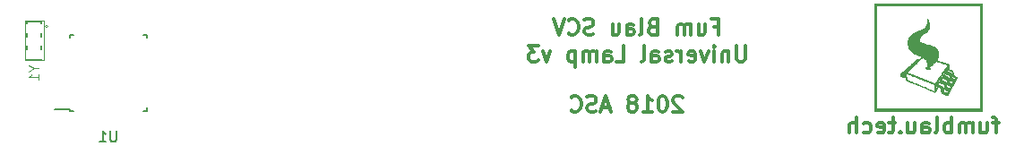
<source format=gbo>
G04 #@! TF.GenerationSoftware,KiCad,Pcbnew,5.0.0-rc2-unknown-81af2db~65~ubuntu18.04.1*
G04 #@! TF.CreationDate,2018-05-29T11:42:29+02:00*
G04 #@! TF.ProjectId,universal_lights,756E6976657273616C5F6C6967687473,rev?*
G04 #@! TF.SameCoordinates,Original*
G04 #@! TF.FileFunction,Legend,Bot*
G04 #@! TF.FilePolarity,Positive*
%FSLAX46Y46*%
G04 Gerber Fmt 4.6, Leading zero omitted, Abs format (unit mm)*
G04 Created by KiCad (PCBNEW 5.0.0-rc2-unknown-81af2db~65~ubuntu18.04.1) date Tue May 29 11:42:29 2018*
%MOMM*%
%LPD*%
G01*
G04 APERTURE LIST*
%ADD10C,0.300000*%
%ADD11C,0.150000*%
%ADD12C,0.066040*%
%ADD13C,0.203200*%
%ADD14C,0.127000*%
%ADD15C,0.063500*%
%ADD16C,0.010000*%
%ADD17C,0.101600*%
G04 APERTURE END LIST*
D10*
X146142857Y-147678571D02*
X145571428Y-147678571D01*
X145928571Y-148678571D02*
X145928571Y-147392857D01*
X145857142Y-147250000D01*
X145714285Y-147178571D01*
X145571428Y-147178571D01*
X144428571Y-147678571D02*
X144428571Y-148678571D01*
X145071428Y-147678571D02*
X145071428Y-148464285D01*
X145000000Y-148607142D01*
X144857142Y-148678571D01*
X144642857Y-148678571D01*
X144500000Y-148607142D01*
X144428571Y-148535714D01*
X143714285Y-148678571D02*
X143714285Y-147678571D01*
X143714285Y-147821428D02*
X143642857Y-147750000D01*
X143500000Y-147678571D01*
X143285714Y-147678571D01*
X143142857Y-147750000D01*
X143071428Y-147892857D01*
X143071428Y-148678571D01*
X143071428Y-147892857D02*
X143000000Y-147750000D01*
X142857142Y-147678571D01*
X142642857Y-147678571D01*
X142500000Y-147750000D01*
X142428571Y-147892857D01*
X142428571Y-148678571D01*
X141714285Y-148678571D02*
X141714285Y-147178571D01*
X141714285Y-147750000D02*
X141571428Y-147678571D01*
X141285714Y-147678571D01*
X141142857Y-147750000D01*
X141071428Y-147821428D01*
X141000000Y-147964285D01*
X141000000Y-148392857D01*
X141071428Y-148535714D01*
X141142857Y-148607142D01*
X141285714Y-148678571D01*
X141571428Y-148678571D01*
X141714285Y-148607142D01*
X140142857Y-148678571D02*
X140285714Y-148607142D01*
X140357142Y-148464285D01*
X140357142Y-147178571D01*
X138928571Y-148678571D02*
X138928571Y-147892857D01*
X139000000Y-147750000D01*
X139142857Y-147678571D01*
X139428571Y-147678571D01*
X139571428Y-147750000D01*
X138928571Y-148607142D02*
X139071428Y-148678571D01*
X139428571Y-148678571D01*
X139571428Y-148607142D01*
X139642857Y-148464285D01*
X139642857Y-148321428D01*
X139571428Y-148178571D01*
X139428571Y-148107142D01*
X139071428Y-148107142D01*
X138928571Y-148035714D01*
X137571428Y-147678571D02*
X137571428Y-148678571D01*
X138214285Y-147678571D02*
X138214285Y-148464285D01*
X138142857Y-148607142D01*
X138000000Y-148678571D01*
X137785714Y-148678571D01*
X137642857Y-148607142D01*
X137571428Y-148535714D01*
X136857142Y-148535714D02*
X136785714Y-148607142D01*
X136857142Y-148678571D01*
X136928571Y-148607142D01*
X136857142Y-148535714D01*
X136857142Y-148678571D01*
X136357142Y-147678571D02*
X135785714Y-147678571D01*
X136142857Y-147178571D02*
X136142857Y-148464285D01*
X136071428Y-148607142D01*
X135928571Y-148678571D01*
X135785714Y-148678571D01*
X134714285Y-148607142D02*
X134857142Y-148678571D01*
X135142857Y-148678571D01*
X135285714Y-148607142D01*
X135357142Y-148464285D01*
X135357142Y-147892857D01*
X135285714Y-147750000D01*
X135142857Y-147678571D01*
X134857142Y-147678571D01*
X134714285Y-147750000D01*
X134642857Y-147892857D01*
X134642857Y-148035714D01*
X135357142Y-148178571D01*
X133357142Y-148607142D02*
X133500000Y-148678571D01*
X133785714Y-148678571D01*
X133928571Y-148607142D01*
X134000000Y-148535714D01*
X134071428Y-148392857D01*
X134071428Y-147964285D01*
X134000000Y-147821428D01*
X133928571Y-147750000D01*
X133785714Y-147678571D01*
X133500000Y-147678571D01*
X133357142Y-147750000D01*
X132714285Y-148678571D02*
X132714285Y-147178571D01*
X132071428Y-148678571D02*
X132071428Y-147892857D01*
X132142857Y-147750000D01*
X132285714Y-147678571D01*
X132500000Y-147678571D01*
X132642857Y-147750000D01*
X132714285Y-147821428D01*
X119214285Y-138617857D02*
X119714285Y-138617857D01*
X119714285Y-139403571D02*
X119714285Y-137903571D01*
X119000000Y-137903571D01*
X117785714Y-138403571D02*
X117785714Y-139403571D01*
X118428571Y-138403571D02*
X118428571Y-139189285D01*
X118357142Y-139332142D01*
X118214285Y-139403571D01*
X118000000Y-139403571D01*
X117857142Y-139332142D01*
X117785714Y-139260714D01*
X117071428Y-139403571D02*
X117071428Y-138403571D01*
X117071428Y-138546428D02*
X117000000Y-138475000D01*
X116857142Y-138403571D01*
X116642857Y-138403571D01*
X116500000Y-138475000D01*
X116428571Y-138617857D01*
X116428571Y-139403571D01*
X116428571Y-138617857D02*
X116357142Y-138475000D01*
X116214285Y-138403571D01*
X116000000Y-138403571D01*
X115857142Y-138475000D01*
X115785714Y-138617857D01*
X115785714Y-139403571D01*
X113428571Y-138617857D02*
X113214285Y-138689285D01*
X113142857Y-138760714D01*
X113071428Y-138903571D01*
X113071428Y-139117857D01*
X113142857Y-139260714D01*
X113214285Y-139332142D01*
X113357142Y-139403571D01*
X113928571Y-139403571D01*
X113928571Y-137903571D01*
X113428571Y-137903571D01*
X113285714Y-137975000D01*
X113214285Y-138046428D01*
X113142857Y-138189285D01*
X113142857Y-138332142D01*
X113214285Y-138475000D01*
X113285714Y-138546428D01*
X113428571Y-138617857D01*
X113928571Y-138617857D01*
X112214285Y-139403571D02*
X112357142Y-139332142D01*
X112428571Y-139189285D01*
X112428571Y-137903571D01*
X111000000Y-139403571D02*
X111000000Y-138617857D01*
X111071428Y-138475000D01*
X111214285Y-138403571D01*
X111500000Y-138403571D01*
X111642857Y-138475000D01*
X111000000Y-139332142D02*
X111142857Y-139403571D01*
X111500000Y-139403571D01*
X111642857Y-139332142D01*
X111714285Y-139189285D01*
X111714285Y-139046428D01*
X111642857Y-138903571D01*
X111500000Y-138832142D01*
X111142857Y-138832142D01*
X111000000Y-138760714D01*
X109642857Y-138403571D02*
X109642857Y-139403571D01*
X110285714Y-138403571D02*
X110285714Y-139189285D01*
X110214285Y-139332142D01*
X110071428Y-139403571D01*
X109857142Y-139403571D01*
X109714285Y-139332142D01*
X109642857Y-139260714D01*
X107857142Y-139332142D02*
X107642857Y-139403571D01*
X107285714Y-139403571D01*
X107142857Y-139332142D01*
X107071428Y-139260714D01*
X107000000Y-139117857D01*
X107000000Y-138975000D01*
X107071428Y-138832142D01*
X107142857Y-138760714D01*
X107285714Y-138689285D01*
X107571428Y-138617857D01*
X107714285Y-138546428D01*
X107785714Y-138475000D01*
X107857142Y-138332142D01*
X107857142Y-138189285D01*
X107785714Y-138046428D01*
X107714285Y-137975000D01*
X107571428Y-137903571D01*
X107214285Y-137903571D01*
X107000000Y-137975000D01*
X105500000Y-139260714D02*
X105571428Y-139332142D01*
X105785714Y-139403571D01*
X105928571Y-139403571D01*
X106142857Y-139332142D01*
X106285714Y-139189285D01*
X106357142Y-139046428D01*
X106428571Y-138760714D01*
X106428571Y-138546428D01*
X106357142Y-138260714D01*
X106285714Y-138117857D01*
X106142857Y-137975000D01*
X105928571Y-137903571D01*
X105785714Y-137903571D01*
X105571428Y-137975000D01*
X105500000Y-138046428D01*
X105071428Y-137903571D02*
X104571428Y-139403571D01*
X104071428Y-137903571D01*
X122214285Y-140453571D02*
X122214285Y-141667857D01*
X122142857Y-141810714D01*
X122071428Y-141882142D01*
X121928571Y-141953571D01*
X121642857Y-141953571D01*
X121500000Y-141882142D01*
X121428571Y-141810714D01*
X121357142Y-141667857D01*
X121357142Y-140453571D01*
X120642857Y-140953571D02*
X120642857Y-141953571D01*
X120642857Y-141096428D02*
X120571428Y-141025000D01*
X120428571Y-140953571D01*
X120214285Y-140953571D01*
X120071428Y-141025000D01*
X120000000Y-141167857D01*
X120000000Y-141953571D01*
X119285714Y-141953571D02*
X119285714Y-140953571D01*
X119285714Y-140453571D02*
X119357142Y-140525000D01*
X119285714Y-140596428D01*
X119214285Y-140525000D01*
X119285714Y-140453571D01*
X119285714Y-140596428D01*
X118714285Y-140953571D02*
X118357142Y-141953571D01*
X118000000Y-140953571D01*
X116857142Y-141882142D02*
X117000000Y-141953571D01*
X117285714Y-141953571D01*
X117428571Y-141882142D01*
X117500000Y-141739285D01*
X117500000Y-141167857D01*
X117428571Y-141025000D01*
X117285714Y-140953571D01*
X117000000Y-140953571D01*
X116857142Y-141025000D01*
X116785714Y-141167857D01*
X116785714Y-141310714D01*
X117500000Y-141453571D01*
X116142857Y-141953571D02*
X116142857Y-140953571D01*
X116142857Y-141239285D02*
X116071428Y-141096428D01*
X116000000Y-141025000D01*
X115857142Y-140953571D01*
X115714285Y-140953571D01*
X115285714Y-141882142D02*
X115142857Y-141953571D01*
X114857142Y-141953571D01*
X114714285Y-141882142D01*
X114642857Y-141739285D01*
X114642857Y-141667857D01*
X114714285Y-141525000D01*
X114857142Y-141453571D01*
X115071428Y-141453571D01*
X115214285Y-141382142D01*
X115285714Y-141239285D01*
X115285714Y-141167857D01*
X115214285Y-141025000D01*
X115071428Y-140953571D01*
X114857142Y-140953571D01*
X114714285Y-141025000D01*
X113357142Y-141953571D02*
X113357142Y-141167857D01*
X113428571Y-141025000D01*
X113571428Y-140953571D01*
X113857142Y-140953571D01*
X114000000Y-141025000D01*
X113357142Y-141882142D02*
X113500000Y-141953571D01*
X113857142Y-141953571D01*
X114000000Y-141882142D01*
X114071428Y-141739285D01*
X114071428Y-141596428D01*
X114000000Y-141453571D01*
X113857142Y-141382142D01*
X113500000Y-141382142D01*
X113357142Y-141310714D01*
X112428571Y-141953571D02*
X112571428Y-141882142D01*
X112642857Y-141739285D01*
X112642857Y-140453571D01*
X110000000Y-141953571D02*
X110714285Y-141953571D01*
X110714285Y-140453571D01*
X108857142Y-141953571D02*
X108857142Y-141167857D01*
X108928571Y-141025000D01*
X109071428Y-140953571D01*
X109357142Y-140953571D01*
X109500000Y-141025000D01*
X108857142Y-141882142D02*
X109000000Y-141953571D01*
X109357142Y-141953571D01*
X109500000Y-141882142D01*
X109571428Y-141739285D01*
X109571428Y-141596428D01*
X109500000Y-141453571D01*
X109357142Y-141382142D01*
X109000000Y-141382142D01*
X108857142Y-141310714D01*
X108142857Y-141953571D02*
X108142857Y-140953571D01*
X108142857Y-141096428D02*
X108071428Y-141025000D01*
X107928571Y-140953571D01*
X107714285Y-140953571D01*
X107571428Y-141025000D01*
X107500000Y-141167857D01*
X107500000Y-141953571D01*
X107500000Y-141167857D02*
X107428571Y-141025000D01*
X107285714Y-140953571D01*
X107071428Y-140953571D01*
X106928571Y-141025000D01*
X106857142Y-141167857D01*
X106857142Y-141953571D01*
X106142857Y-140953571D02*
X106142857Y-142453571D01*
X106142857Y-141025000D02*
X106000000Y-140953571D01*
X105714285Y-140953571D01*
X105571428Y-141025000D01*
X105500000Y-141096428D01*
X105428571Y-141239285D01*
X105428571Y-141667857D01*
X105500000Y-141810714D01*
X105571428Y-141882142D01*
X105714285Y-141953571D01*
X106000000Y-141953571D01*
X106142857Y-141882142D01*
X103785714Y-140953571D02*
X103428571Y-141953571D01*
X103071428Y-140953571D01*
X102642857Y-140453571D02*
X101714285Y-140453571D01*
X102214285Y-141025000D01*
X102000000Y-141025000D01*
X101857142Y-141096428D01*
X101785714Y-141167857D01*
X101714285Y-141310714D01*
X101714285Y-141667857D01*
X101785714Y-141810714D01*
X101857142Y-141882142D01*
X102000000Y-141953571D01*
X102428571Y-141953571D01*
X102571428Y-141882142D01*
X102642857Y-141810714D01*
X116250000Y-145321428D02*
X116178571Y-145250000D01*
X116035714Y-145178571D01*
X115678571Y-145178571D01*
X115535714Y-145250000D01*
X115464285Y-145321428D01*
X115392857Y-145464285D01*
X115392857Y-145607142D01*
X115464285Y-145821428D01*
X116321428Y-146678571D01*
X115392857Y-146678571D01*
X114464285Y-145178571D02*
X114321428Y-145178571D01*
X114178571Y-145250000D01*
X114107142Y-145321428D01*
X114035714Y-145464285D01*
X113964285Y-145750000D01*
X113964285Y-146107142D01*
X114035714Y-146392857D01*
X114107142Y-146535714D01*
X114178571Y-146607142D01*
X114321428Y-146678571D01*
X114464285Y-146678571D01*
X114607142Y-146607142D01*
X114678571Y-146535714D01*
X114750000Y-146392857D01*
X114821428Y-146107142D01*
X114821428Y-145750000D01*
X114750000Y-145464285D01*
X114678571Y-145321428D01*
X114607142Y-145250000D01*
X114464285Y-145178571D01*
X112535714Y-146678571D02*
X113392857Y-146678571D01*
X112964285Y-146678571D02*
X112964285Y-145178571D01*
X113107142Y-145392857D01*
X113250000Y-145535714D01*
X113392857Y-145607142D01*
X111678571Y-145821428D02*
X111821428Y-145750000D01*
X111892857Y-145678571D01*
X111964285Y-145535714D01*
X111964285Y-145464285D01*
X111892857Y-145321428D01*
X111821428Y-145250000D01*
X111678571Y-145178571D01*
X111392857Y-145178571D01*
X111250000Y-145250000D01*
X111178571Y-145321428D01*
X111107142Y-145464285D01*
X111107142Y-145535714D01*
X111178571Y-145678571D01*
X111250000Y-145750000D01*
X111392857Y-145821428D01*
X111678571Y-145821428D01*
X111821428Y-145892857D01*
X111892857Y-145964285D01*
X111964285Y-146107142D01*
X111964285Y-146392857D01*
X111892857Y-146535714D01*
X111821428Y-146607142D01*
X111678571Y-146678571D01*
X111392857Y-146678571D01*
X111250000Y-146607142D01*
X111178571Y-146535714D01*
X111107142Y-146392857D01*
X111107142Y-146107142D01*
X111178571Y-145964285D01*
X111250000Y-145892857D01*
X111392857Y-145821428D01*
X109392857Y-146250000D02*
X108678571Y-146250000D01*
X109535714Y-146678571D02*
X109035714Y-145178571D01*
X108535714Y-146678571D01*
X108107142Y-146607142D02*
X107892857Y-146678571D01*
X107535714Y-146678571D01*
X107392857Y-146607142D01*
X107321428Y-146535714D01*
X107250000Y-146392857D01*
X107250000Y-146250000D01*
X107321428Y-146107142D01*
X107392857Y-146035714D01*
X107535714Y-145964285D01*
X107821428Y-145892857D01*
X107964285Y-145821428D01*
X108035714Y-145750000D01*
X108107142Y-145607142D01*
X108107142Y-145464285D01*
X108035714Y-145321428D01*
X107964285Y-145250000D01*
X107821428Y-145178571D01*
X107464285Y-145178571D01*
X107250000Y-145250000D01*
X105750000Y-146535714D02*
X105821428Y-146607142D01*
X106035714Y-146678571D01*
X106178571Y-146678571D01*
X106392857Y-146607142D01*
X106535714Y-146464285D01*
X106607142Y-146321428D01*
X106678571Y-146035714D01*
X106678571Y-145821428D01*
X106607142Y-145535714D01*
X106535714Y-145392857D01*
X106392857Y-145250000D01*
X106178571Y-145178571D01*
X106035714Y-145178571D01*
X105821428Y-145250000D01*
X105750000Y-145321428D01*
D11*
G04 #@! TO.C,U1*
X58375000Y-146400000D02*
X56950000Y-146400000D01*
X65625000Y-146625000D02*
X65300000Y-146625000D01*
X65625000Y-139375000D02*
X65300000Y-139375000D01*
X58375000Y-139375000D02*
X58700000Y-139375000D01*
X58375000Y-146625000D02*
X58700000Y-146625000D01*
X58375000Y-139375000D02*
X58375000Y-139700000D01*
X65625000Y-139375000D02*
X65625000Y-139700000D01*
X65625000Y-146625000D02*
X65625000Y-146300000D01*
X58375000Y-146625000D02*
X58375000Y-146400000D01*
D12*
G04 #@! TO.C,Y1*
X55889000Y-138095000D02*
X55889000Y-141778000D01*
X55889000Y-141778000D02*
X54111000Y-141778000D01*
X54111000Y-138095000D02*
X54111000Y-141778000D01*
X55889000Y-138095000D02*
X54111000Y-138095000D01*
D13*
X54352300Y-141699260D02*
X54352300Y-141798320D01*
X54352300Y-141798320D02*
X55647700Y-141798320D01*
X55647700Y-141798320D02*
X55647700Y-141699260D01*
X55647700Y-138300740D02*
X55647700Y-138150880D01*
X55647700Y-138150880D02*
X54352300Y-138150880D01*
X54352300Y-138150880D02*
X54352300Y-138300740D01*
D14*
X54352300Y-139202440D02*
X54352300Y-139601220D01*
X54352300Y-140398780D02*
X54352300Y-140797560D01*
X55647700Y-139202440D02*
X55647700Y-139601220D01*
X55647700Y-140398780D02*
X55647700Y-140797560D01*
D15*
X56338972Y-138600460D02*
G75*
G03X56338972Y-138600460I-140092J0D01*
G01*
D16*
G04 #@! TO.C,G\002A\002A\002A*
G36*
X139375782Y-137899334D02*
X139369868Y-137920030D01*
X139373881Y-137958722D01*
X139381439Y-137994289D01*
X139396249Y-138101632D01*
X139394467Y-138218745D01*
X139377139Y-138337120D01*
X139345308Y-138448248D01*
X139317982Y-138511294D01*
X139243661Y-138630050D01*
X139148046Y-138735598D01*
X139031850Y-138827413D01*
X138895783Y-138904973D01*
X138740558Y-138967755D01*
X138665976Y-138990674D01*
X138457427Y-139058216D01*
X138270815Y-139137949D01*
X138105570Y-139230296D01*
X137961119Y-139335680D01*
X137836891Y-139454524D01*
X137732314Y-139587253D01*
X137646816Y-139734289D01*
X137638394Y-139751687D01*
X137592371Y-139869153D01*
X137566035Y-139988820D01*
X137558684Y-140115987D01*
X137569617Y-140255952D01*
X137570645Y-140263482D01*
X137606903Y-140435054D01*
X137666013Y-140596369D01*
X137747016Y-140746007D01*
X137848952Y-140882549D01*
X137970860Y-141004574D01*
X138111781Y-141110663D01*
X138166325Y-141144297D01*
X138214843Y-141171886D01*
X138260234Y-141195628D01*
X138307311Y-141217547D01*
X138360886Y-141239665D01*
X138425769Y-141264004D01*
X138506774Y-141292588D01*
X138573877Y-141315602D01*
X138645852Y-141340741D01*
X138714193Y-141365739D01*
X138773114Y-141388401D01*
X138816827Y-141406528D01*
X138832119Y-141413682D01*
X138892534Y-141444386D01*
X138750936Y-141575981D01*
X138609338Y-141707575D01*
X138547015Y-141691602D01*
X138501077Y-141683719D01*
X138458283Y-141682603D01*
X138444595Y-141684436D01*
X138418615Y-141697063D01*
X138380222Y-141724089D01*
X138334189Y-141761212D01*
X138285291Y-141804130D01*
X138238304Y-141848542D01*
X138198001Y-141890146D01*
X138169156Y-141924640D01*
X138158269Y-141942412D01*
X138138243Y-141969461D01*
X138115719Y-141982595D01*
X138092121Y-141995000D01*
X138056023Y-142021880D01*
X138012026Y-142058933D01*
X137964733Y-142101855D01*
X137918747Y-142146345D01*
X137878670Y-142188100D01*
X137849106Y-142222817D01*
X137835129Y-142244891D01*
X137809147Y-142281991D01*
X137783483Y-142295691D01*
X137760804Y-142308075D01*
X137724399Y-142334264D01*
X137678995Y-142370614D01*
X137629321Y-142413480D01*
X137621238Y-142420750D01*
X137561319Y-142476810D01*
X137519345Y-142520738D01*
X137492780Y-142555429D01*
X137479440Y-142582675D01*
X137464922Y-142615513D01*
X137446534Y-142628972D01*
X137434682Y-142630300D01*
X137414554Y-142634572D01*
X137388360Y-142648737D01*
X137353473Y-142674816D01*
X137307265Y-142714830D01*
X137247109Y-142770800D01*
X137226700Y-142790284D01*
X137182218Y-142830503D01*
X137137119Y-142867286D01*
X137099444Y-142894175D01*
X137091249Y-142899091D01*
X137060633Y-142919965D01*
X137018087Y-142953873D01*
X136969602Y-142995853D01*
X136928058Y-143034307D01*
X136881599Y-143079126D01*
X136850759Y-143110729D01*
X136832707Y-143133359D01*
X136824613Y-143151258D01*
X136823646Y-143168669D01*
X136826398Y-143186707D01*
X136835771Y-143228709D01*
X136848826Y-143260084D01*
X136869888Y-143284974D01*
X136903281Y-143307519D01*
X136953329Y-143331862D01*
X136998100Y-143351141D01*
X137088510Y-143385695D01*
X137160668Y-143405104D01*
X137216525Y-143409622D01*
X137258029Y-143399502D01*
X137276026Y-143387267D01*
X137284831Y-143378591D01*
X137291786Y-143372866D01*
X137298492Y-143372703D01*
X137306546Y-143380717D01*
X137317549Y-143399520D01*
X137333099Y-143431723D01*
X137354795Y-143479939D01*
X137384237Y-143546782D01*
X137411257Y-143608200D01*
X137453242Y-143703450D01*
X138771574Y-144257995D01*
X139002498Y-144354991D01*
X139210467Y-144442047D01*
X139395837Y-144519308D01*
X139558966Y-144586920D01*
X139700211Y-144645027D01*
X139819927Y-144693774D01*
X139918473Y-144733307D01*
X139996204Y-144763771D01*
X140053479Y-144785310D01*
X140090653Y-144798071D01*
X140108083Y-144802198D01*
X140109278Y-144801976D01*
X140121611Y-144788655D01*
X140145455Y-144757178D01*
X140178554Y-144710736D01*
X140218657Y-144652521D01*
X140263511Y-144585725D01*
X140286287Y-144551215D01*
X140443923Y-144311018D01*
X140540287Y-144348214D01*
X140588284Y-144367964D01*
X140628682Y-144386800D01*
X140654148Y-144401249D01*
X140657037Y-144403509D01*
X140666404Y-144417814D01*
X140673651Y-144444399D01*
X140679401Y-144487097D01*
X140684276Y-144549741D01*
X140686229Y-144583229D01*
X140692866Y-144670725D01*
X140704038Y-144741896D01*
X140722455Y-144800058D01*
X140750824Y-144848526D01*
X140791855Y-144890616D01*
X140848258Y-144929644D01*
X140922740Y-144968925D01*
X141018011Y-145011775D01*
X141046155Y-145023755D01*
X141113093Y-145051458D01*
X141173178Y-145075242D01*
X141221976Y-145093435D01*
X141255051Y-145104365D01*
X141266538Y-145106800D01*
X141288655Y-145096199D01*
X141313675Y-145068647D01*
X141319972Y-145059175D01*
X141375040Y-144965767D01*
X141420315Y-144879222D01*
X141454846Y-144802042D01*
X141477682Y-144736730D01*
X141487392Y-144688187D01*
X141371334Y-144688187D01*
X141370656Y-144702917D01*
X141359504Y-144732999D01*
X141341101Y-144772393D01*
X141318670Y-144815062D01*
X141295437Y-144854968D01*
X141274624Y-144886072D01*
X141259456Y-144902337D01*
X141256415Y-144903421D01*
X141239472Y-144898756D01*
X141204207Y-144885888D01*
X141155599Y-144866727D01*
X141098627Y-144843182D01*
X141092322Y-144840515D01*
X141035055Y-144815350D01*
X140986289Y-144792238D01*
X140950875Y-144773598D01*
X140933661Y-144761846D01*
X140933126Y-144761140D01*
X140928647Y-144741981D01*
X140925103Y-144703887D01*
X140922981Y-144653322D01*
X140922595Y-144621650D01*
X140920914Y-144533917D01*
X140915103Y-144466166D01*
X140903540Y-144413100D01*
X140884601Y-144369424D01*
X140856664Y-144329843D01*
X140821753Y-144292624D01*
X140790018Y-144262848D01*
X140760125Y-144239212D01*
X140726513Y-144218571D01*
X140683622Y-144197780D01*
X140625893Y-144173694D01*
X140578643Y-144155118D01*
X140516893Y-144130688D01*
X140463467Y-144108726D01*
X140422940Y-144091174D01*
X140399885Y-144079976D01*
X140396692Y-144077825D01*
X140399163Y-144064316D01*
X140412676Y-144035994D01*
X140433603Y-143998783D01*
X140458319Y-143958609D01*
X140483198Y-143921395D01*
X140504613Y-143893067D01*
X140517626Y-143880245D01*
X140531830Y-143882674D01*
X140565347Y-143892812D01*
X140613799Y-143909211D01*
X140672807Y-143930419D01*
X140701957Y-143941266D01*
X140774528Y-143969220D01*
X140828075Y-143991876D01*
X140867683Y-144011932D01*
X140898438Y-144032084D01*
X140925425Y-144055029D01*
X140936175Y-144065464D01*
X140963774Y-144095031D01*
X140983656Y-144123472D01*
X140997072Y-144155696D01*
X141005273Y-144196611D01*
X141009509Y-144251125D01*
X141011031Y-144324147D01*
X141011161Y-144359700D01*
X141012364Y-144427760D01*
X141018050Y-144478801D01*
X141031570Y-144517124D01*
X141056276Y-144547031D01*
X141095523Y-144572824D01*
X141152662Y-144598804D01*
X141217148Y-144624000D01*
X141273696Y-144645944D01*
X141321620Y-144665363D01*
X141355856Y-144680148D01*
X141371334Y-144688187D01*
X141487392Y-144688187D01*
X141487872Y-144685790D01*
X141484467Y-144651726D01*
X141478183Y-144642511D01*
X141458978Y-144630919D01*
X141423268Y-144614001D01*
X141378387Y-144595205D01*
X141373250Y-144593188D01*
X141274328Y-144554030D01*
X141198507Y-144522667D01*
X141144857Y-144498678D01*
X141112443Y-144481644D01*
X141100334Y-144471145D01*
X141100200Y-144470322D01*
X141109040Y-144467549D01*
X141128775Y-144477092D01*
X141150311Y-144488118D01*
X141190643Y-144506143D01*
X141244856Y-144529065D01*
X141308034Y-144554782D01*
X141340857Y-144567798D01*
X141419584Y-144597836D01*
X141477426Y-144617716D01*
X141516498Y-144628066D01*
X141538912Y-144629510D01*
X141543522Y-144627841D01*
X141556598Y-144612558D01*
X141578585Y-144579467D01*
X141606562Y-144533234D01*
X141637608Y-144478524D01*
X141641870Y-144470752D01*
X141683192Y-144391151D01*
X141710805Y-144328189D01*
X141726236Y-144278179D01*
X141729593Y-144259075D01*
X141731832Y-144246375D01*
X141620900Y-144246375D01*
X141615283Y-144263375D01*
X141600781Y-144294375D01*
X141580916Y-144332895D01*
X141559213Y-144372450D01*
X141539195Y-144406559D01*
X141524386Y-144428739D01*
X141519082Y-144433700D01*
X141505090Y-144429206D01*
X141472258Y-144416923D01*
X141425265Y-144398648D01*
X141368794Y-144376178D01*
X141359830Y-144372570D01*
X141208150Y-144311441D01*
X141201357Y-144134445D01*
X141198125Y-144061465D01*
X141194348Y-144008477D01*
X141189145Y-143970079D01*
X141181635Y-143940866D01*
X141170934Y-143915432D01*
X141163257Y-143900893D01*
X141129024Y-143851780D01*
X141082534Y-143808745D01*
X141020083Y-143769230D01*
X140937967Y-143730676D01*
X140887974Y-143710808D01*
X140829646Y-143688429D01*
X140776944Y-143667811D01*
X140736278Y-143651487D01*
X140716232Y-143643000D01*
X140681513Y-143627250D01*
X140739013Y-143544700D01*
X140767458Y-143505337D01*
X140791281Y-143475046D01*
X140806204Y-143459198D01*
X140807955Y-143458150D01*
X140826089Y-143460340D01*
X140862327Y-143470731D01*
X140911507Y-143487338D01*
X140968464Y-143508177D01*
X141028037Y-143531263D01*
X141085061Y-143554610D01*
X141134373Y-143576234D01*
X141170811Y-143594150D01*
X141185939Y-143603458D01*
X141213032Y-143626556D01*
X141233123Y-143651501D01*
X141247524Y-143682699D01*
X141257552Y-143724554D01*
X141264521Y-143781469D01*
X141269745Y-143857850D01*
X141271393Y-143889753D01*
X141275415Y-143968338D01*
X141280794Y-144026229D01*
X141290824Y-144068058D01*
X141308800Y-144098458D01*
X141338016Y-144122059D01*
X141381765Y-144143495D01*
X141443344Y-144167397D01*
X141478025Y-144180296D01*
X141533335Y-144201914D01*
X141578678Y-144221553D01*
X141609414Y-144237066D01*
X141620898Y-144246306D01*
X141620900Y-144246375D01*
X141731832Y-144246375D01*
X141736773Y-144218366D01*
X141746467Y-144197872D01*
X141760509Y-144192400D01*
X141773461Y-144191120D01*
X141785304Y-144184952D01*
X141798677Y-144170399D01*
X141816221Y-144143964D01*
X141840574Y-144102151D01*
X141874121Y-144041927D01*
X141903638Y-143984277D01*
X141929367Y-143926295D01*
X141947689Y-143876517D01*
X141953530Y-143854602D01*
X141960175Y-143828195D01*
X141849500Y-143828195D01*
X141843404Y-143848898D01*
X141827866Y-143881317D01*
X141807008Y-143918504D01*
X141784955Y-143953511D01*
X141765832Y-143979390D01*
X141753937Y-143989200D01*
X141736020Y-143984974D01*
X141700125Y-143973563D01*
X141651996Y-143956865D01*
X141612831Y-143942573D01*
X141559415Y-143922180D01*
X141514310Y-143904009D01*
X141483255Y-143890426D01*
X141472854Y-143884846D01*
X141465907Y-143866626D01*
X141460271Y-143824121D01*
X141456053Y-143758420D01*
X141453804Y-143691236D01*
X141451919Y-143619499D01*
X141449640Y-143568092D01*
X141446051Y-143531950D01*
X141440235Y-143506009D01*
X141431277Y-143485204D01*
X141418260Y-143464470D01*
X141410853Y-143453840D01*
X141379203Y-143414762D01*
X141341533Y-143381364D01*
X141293488Y-143351023D01*
X141230713Y-143321119D01*
X141148855Y-143289033D01*
X141119250Y-143278350D01*
X141061473Y-143257622D01*
X141013015Y-143239894D01*
X140978553Y-143226900D01*
X140962764Y-143220378D01*
X140962326Y-143220095D01*
X140966366Y-143208363D01*
X140981837Y-143182886D01*
X141004344Y-143149786D01*
X141029488Y-143115184D01*
X141052874Y-143085200D01*
X141070104Y-143065955D01*
X141075819Y-143062100D01*
X141098513Y-143066817D01*
X141138747Y-143079487D01*
X141190785Y-143097887D01*
X141248894Y-143119795D01*
X141307340Y-143142987D01*
X141360388Y-143165242D01*
X141402306Y-143184337D01*
X141427358Y-143198049D01*
X141428307Y-143198731D01*
X141461674Y-143225774D01*
X141485790Y-143252962D01*
X141502125Y-143285000D01*
X141512149Y-143326592D01*
X141517332Y-143382441D01*
X141519143Y-143457253D01*
X141519253Y-143489803D01*
X141519422Y-143560768D01*
X141520350Y-143610786D01*
X141522734Y-143644311D01*
X141527272Y-143665795D01*
X141534659Y-143679693D01*
X141545593Y-143690456D01*
X141551383Y-143695092D01*
X141576407Y-143709759D01*
X141618961Y-143729666D01*
X141672515Y-143751909D01*
X141716483Y-143768562D01*
X141769771Y-143788845D01*
X141812888Y-143807085D01*
X141841004Y-143821115D01*
X141849500Y-143828195D01*
X141960175Y-143828195D01*
X141964036Y-143812854D01*
X141975752Y-143791611D01*
X141990263Y-143786000D01*
X142006260Y-143777018D01*
X142028632Y-143748957D01*
X142058574Y-143700140D01*
X142083016Y-143655825D01*
X142126635Y-143568553D01*
X142156362Y-143495794D01*
X142171741Y-143439067D01*
X142171861Y-143430895D01*
X142057331Y-143430895D01*
X142057209Y-143446192D01*
X142046362Y-143476696D01*
X142027135Y-143515832D01*
X142026922Y-143516219D01*
X141985532Y-143591508D01*
X141845757Y-143542273D01*
X141789646Y-143522258D01*
X141742189Y-143504863D01*
X141708623Y-143492037D01*
X141694466Y-143485921D01*
X141690533Y-143471292D01*
X141687758Y-143436132D01*
X141686347Y-143385292D01*
X141686504Y-143323623D01*
X141686850Y-143305377D01*
X141688077Y-143233768D01*
X141687652Y-143182251D01*
X141685047Y-143145540D01*
X141679732Y-143118352D01*
X141671177Y-143095403D01*
X141664457Y-143081826D01*
X141638422Y-143041230D01*
X141604176Y-143006273D01*
X141557877Y-142974471D01*
X141495686Y-142943339D01*
X141413759Y-142910392D01*
X141380933Y-142898409D01*
X141214895Y-142838924D01*
X141261027Y-142769537D01*
X141284837Y-142733762D01*
X141302257Y-142707665D01*
X141309342Y-142697146D01*
X141322717Y-142698256D01*
X141354546Y-142707129D01*
X141399773Y-142721904D01*
X141453346Y-142740719D01*
X141510212Y-142761712D01*
X141565316Y-142783023D01*
X141613606Y-142802789D01*
X141650028Y-142819149D01*
X141668539Y-142829463D01*
X141698772Y-142854412D01*
X141720094Y-142880115D01*
X141733717Y-142911265D01*
X141740853Y-142952554D01*
X141742715Y-143008674D01*
X141740514Y-143084317D01*
X141739585Y-143104474D01*
X141736432Y-143173273D01*
X141735072Y-143221433D01*
X141736044Y-143253682D01*
X141739886Y-143274751D01*
X141747138Y-143289368D01*
X141758339Y-143302263D01*
X141762609Y-143306563D01*
X141790941Y-143325994D01*
X141838450Y-143348781D01*
X141899609Y-143372371D01*
X141920089Y-143379321D01*
X141973546Y-143397491D01*
X142018047Y-143413709D01*
X142047976Y-143425863D01*
X142057331Y-143430895D01*
X142171861Y-143430895D01*
X142172318Y-143399893D01*
X142164368Y-143384392D01*
X142146658Y-143374313D01*
X142109916Y-143358320D01*
X142059227Y-143338479D01*
X141999671Y-143316855D01*
X141989200Y-143313209D01*
X141830450Y-143258274D01*
X141824100Y-143068112D01*
X141820318Y-142981588D01*
X141814560Y-142915998D01*
X141805348Y-142866878D01*
X141791201Y-142829767D01*
X141770638Y-142800202D01*
X141742181Y-142773721D01*
X141721183Y-142757805D01*
X141684184Y-142735989D01*
X141632705Y-142711896D01*
X141576723Y-142690111D01*
X141566063Y-142686501D01*
X141510451Y-142668171D01*
X141474996Y-142655427D01*
X141455873Y-142645497D01*
X141449254Y-142635609D01*
X141451312Y-142622990D01*
X141457186Y-142607625D01*
X141461700Y-142581419D01*
X141463889Y-142536903D01*
X141464013Y-142479771D01*
X141463548Y-142462025D01*
X141379197Y-142462025D01*
X141375914Y-142528772D01*
X141365771Y-142573460D01*
X141347353Y-142598834D01*
X141319246Y-142607644D01*
X141304574Y-142607105D01*
X141287925Y-142607250D01*
X141272443Y-142613825D01*
X141254716Y-142630258D01*
X141231331Y-142659977D01*
X141198876Y-142706410D01*
X141184275Y-142727934D01*
X141147533Y-142783395D01*
X141123241Y-142823800D01*
X141108908Y-142854633D01*
X141102040Y-142881380D01*
X141100147Y-142909524D01*
X141100136Y-142913116D01*
X141099179Y-142949337D01*
X141094148Y-142966007D01*
X141081957Y-142968953D01*
X141071625Y-142966965D01*
X141054551Y-142964139D01*
X141039628Y-142966714D01*
X141023726Y-142977729D01*
X141003712Y-143000223D01*
X140976453Y-143037236D01*
X140938820Y-143091808D01*
X140930695Y-143103740D01*
X140894350Y-143157962D01*
X140870231Y-143197193D01*
X140855851Y-143227147D01*
X140848726Y-143253540D01*
X140846368Y-143282086D01*
X140846200Y-143297991D01*
X140846200Y-143368050D01*
X140804781Y-143360280D01*
X140787924Y-143357885D01*
X140773689Y-143359958D01*
X140758949Y-143369578D01*
X140740573Y-143389823D01*
X140715435Y-143423769D01*
X140680405Y-143474495D01*
X140663604Y-143499172D01*
X140623964Y-143557932D01*
X140596767Y-143600342D01*
X140579949Y-143630908D01*
X140571450Y-143654133D01*
X140569208Y-143674521D01*
X140571161Y-143696575D01*
X140571650Y-143700042D01*
X140574410Y-143747489D01*
X140564783Y-143774344D01*
X140541189Y-143783000D01*
X140518742Y-143780252D01*
X140503063Y-143777762D01*
X140489369Y-143780075D01*
X140474643Y-143790222D01*
X140455869Y-143811231D01*
X140430031Y-143846130D01*
X140394113Y-143897951D01*
X140377835Y-143921769D01*
X140275459Y-144071750D01*
X140275080Y-144164142D01*
X140274700Y-144256534D01*
X140312800Y-144264155D01*
X140339487Y-144272722D01*
X140350895Y-144282795D01*
X140350900Y-144282992D01*
X140344508Y-144295648D01*
X140327483Y-144324130D01*
X140303054Y-144363414D01*
X140274449Y-144408474D01*
X140244895Y-144454284D01*
X140217622Y-144495817D01*
X140195857Y-144528049D01*
X140182828Y-144545953D01*
X140180689Y-144547996D01*
X140180093Y-144535949D01*
X140179173Y-144502419D01*
X140178019Y-144451318D01*
X140176717Y-144386561D01*
X140175356Y-144312060D01*
X140175291Y-144308330D01*
X140175170Y-144301340D01*
X140093033Y-144301340D01*
X140092164Y-144378856D01*
X140090304Y-144459774D01*
X140087575Y-144538606D01*
X140084100Y-144609863D01*
X140080001Y-144668056D01*
X140075936Y-144704365D01*
X140067698Y-144735452D01*
X140056640Y-144747590D01*
X140054144Y-144747209D01*
X140040708Y-144741628D01*
X140005401Y-144726851D01*
X139949767Y-144703529D01*
X139875348Y-144672308D01*
X139783688Y-144633838D01*
X139676333Y-144588765D01*
X139554824Y-144537739D01*
X139420706Y-144481408D01*
X139275524Y-144420420D01*
X139120819Y-144355422D01*
X138958137Y-144287065D01*
X138795150Y-144218570D01*
X138626169Y-144147472D01*
X138463668Y-144078944D01*
X138309194Y-144013647D01*
X138164292Y-143952241D01*
X138030510Y-143895387D01*
X137909393Y-143843746D01*
X137802489Y-143797977D01*
X137711344Y-143758742D01*
X137637504Y-143726701D01*
X137582516Y-143702515D01*
X137547926Y-143686845D01*
X137535345Y-143680426D01*
X137525527Y-143663602D01*
X137508929Y-143627669D01*
X137487592Y-143577335D01*
X137463557Y-143517310D01*
X137454508Y-143493900D01*
X137388877Y-143322450D01*
X137394490Y-143191734D01*
X137110540Y-143191734D01*
X137103830Y-143199556D01*
X137083891Y-143196524D01*
X137047035Y-143182470D01*
X137016201Y-143169091D01*
X136942242Y-143136383D01*
X137011446Y-143074391D01*
X137046381Y-143044115D01*
X137074215Y-143021868D01*
X137089476Y-143011995D01*
X137090175Y-143011849D01*
X137095524Y-143022981D01*
X137099057Y-143052168D01*
X137099874Y-143077975D01*
X137101422Y-143122255D01*
X137105164Y-143160015D01*
X137107705Y-143173225D01*
X137110540Y-143191734D01*
X137394490Y-143191734D01*
X137395033Y-143179114D01*
X137397918Y-143121562D01*
X137401080Y-143074075D01*
X137404114Y-143041955D01*
X137406375Y-143030591D01*
X137418629Y-143034472D01*
X137453007Y-143047112D01*
X137508013Y-143067931D01*
X137582151Y-143096347D01*
X137673925Y-143131777D01*
X137781839Y-143173640D01*
X137904398Y-143221355D01*
X138040106Y-143274339D01*
X138187466Y-143332012D01*
X138344982Y-143393790D01*
X138511160Y-143459093D01*
X138684503Y-143527338D01*
X138744706Y-143551069D01*
X140077850Y-144076734D01*
X140088463Y-144144092D01*
X140091305Y-144178469D01*
X140092788Y-144232715D01*
X140093033Y-144301340D01*
X140175170Y-144301340D01*
X140171131Y-144068668D01*
X140763931Y-143216134D01*
X140855440Y-143084727D01*
X140942905Y-142959508D01*
X141025231Y-142842023D01*
X141101321Y-142733821D01*
X141170077Y-142636448D01*
X141230405Y-142551451D01*
X141281207Y-142480377D01*
X141321386Y-142424773D01*
X141349847Y-142386187D01*
X141365493Y-142366165D01*
X141368165Y-142363600D01*
X141373503Y-142375277D01*
X141377398Y-142406239D01*
X141379164Y-142450383D01*
X141379197Y-142462025D01*
X141463548Y-142462025D01*
X141462333Y-142415720D01*
X141459108Y-142350444D01*
X141454598Y-142289639D01*
X141449065Y-142239001D01*
X141449010Y-142238692D01*
X141322548Y-142238692D01*
X141316740Y-142250157D01*
X141297431Y-142280899D01*
X141265666Y-142329376D01*
X141222495Y-142394046D01*
X141168963Y-142473366D01*
X141106120Y-142565795D01*
X141035011Y-142669790D01*
X140956684Y-142783807D01*
X140872188Y-142906306D01*
X140782568Y-143035743D01*
X140724571Y-143119263D01*
X140614996Y-143276763D01*
X140518914Y-143414578D01*
X140435420Y-143533948D01*
X140363607Y-143636112D01*
X140302572Y-143722311D01*
X140251407Y-143793783D01*
X140209209Y-143851769D01*
X140175070Y-143897508D01*
X140148087Y-143932239D01*
X140127353Y-143957204D01*
X140111964Y-143973641D01*
X140101013Y-143982790D01*
X140093595Y-143985892D01*
X140091711Y-143985787D01*
X140076550Y-143980457D01*
X140039319Y-143966393D01*
X139981570Y-143944203D01*
X139904855Y-143914492D01*
X139810724Y-143877867D01*
X139700729Y-143834934D01*
X139576422Y-143786300D01*
X139439353Y-143732571D01*
X139291073Y-143674353D01*
X139133135Y-143612253D01*
X138967090Y-143546876D01*
X138794488Y-143478830D01*
X138769750Y-143469071D01*
X138596566Y-143400717D01*
X138429892Y-143334889D01*
X138271264Y-143272196D01*
X138122219Y-143213247D01*
X137984291Y-143158650D01*
X137859015Y-143109015D01*
X137747928Y-143064950D01*
X137652565Y-143027063D01*
X137574462Y-142995965D01*
X137515153Y-142972262D01*
X137476175Y-142956565D01*
X137459063Y-142949482D01*
X137458479Y-142949201D01*
X137464912Y-142939367D01*
X137488243Y-142913740D01*
X137526828Y-142873887D01*
X137579025Y-142821378D01*
X137643193Y-142757781D01*
X137670444Y-142731034D01*
X137516857Y-142731034D01*
X137514417Y-142748418D01*
X137491556Y-142776352D01*
X137453061Y-142812545D01*
X137409151Y-142850489D01*
X137378092Y-142872833D01*
X137354597Y-142881762D01*
X137333381Y-142879463D01*
X137313261Y-142870347D01*
X137301195Y-142862149D01*
X137299252Y-142852076D01*
X137309705Y-142835627D01*
X137334826Y-142808302D01*
X137354937Y-142787797D01*
X137395192Y-142749709D01*
X137425638Y-142728268D01*
X137451831Y-142719897D01*
X137461217Y-142719394D01*
X137499061Y-142722070D01*
X137516857Y-142731034D01*
X137670444Y-142731034D01*
X137717688Y-142684665D01*
X137800870Y-142603599D01*
X137891094Y-142516153D01*
X137986720Y-142423893D01*
X138017823Y-142394004D01*
X137879486Y-142394004D01*
X137872403Y-142407300D01*
X137850956Y-142431148D01*
X137822431Y-142460373D01*
X137785774Y-142496228D01*
X137760080Y-142516398D01*
X137739573Y-142524300D01*
X137718475Y-142523354D01*
X137716577Y-142522996D01*
X137687957Y-142515817D01*
X137672919Y-142509251D01*
X137677097Y-142497341D01*
X137695355Y-142474535D01*
X137722269Y-142446209D01*
X137752417Y-142417740D01*
X137780376Y-142394504D01*
X137800723Y-142381879D01*
X137801738Y-142381527D01*
X137832243Y-142378746D01*
X137858272Y-142382248D01*
X137874132Y-142387055D01*
X137879486Y-142394004D01*
X138017823Y-142394004D01*
X138086105Y-142328390D01*
X138187607Y-142231213D01*
X138289584Y-142133929D01*
X138349694Y-142076794D01*
X138210229Y-142076794D01*
X138202380Y-142090450D01*
X138179649Y-142115161D01*
X138158947Y-142136284D01*
X138123382Y-142170440D01*
X138098252Y-142188382D01*
X138077827Y-142193487D01*
X138064927Y-142191664D01*
X138038978Y-142183738D01*
X138027695Y-142178227D01*
X138032210Y-142166767D01*
X138050149Y-142144556D01*
X138075786Y-142117526D01*
X138103394Y-142091612D01*
X138127245Y-142072746D01*
X138132758Y-142069377D01*
X138162832Y-142062530D01*
X138188705Y-142064806D01*
X138205051Y-142069734D01*
X138210229Y-142076794D01*
X138349694Y-142076794D01*
X138390394Y-142038109D01*
X138488393Y-141945320D01*
X138581941Y-141857131D01*
X138663545Y-141780598D01*
X138524921Y-141780598D01*
X138513846Y-141800833D01*
X138481578Y-141832469D01*
X138475421Y-141837860D01*
X138437326Y-141868037D01*
X138409160Y-141881267D01*
X138384031Y-141879641D01*
X138365375Y-141871230D01*
X138364475Y-141859360D01*
X138379374Y-141838717D01*
X138404474Y-141814216D01*
X138434177Y-141790771D01*
X138462883Y-141773297D01*
X138484461Y-141766700D01*
X138515045Y-141769856D01*
X138524921Y-141780598D01*
X138663545Y-141780598D01*
X138669395Y-141775112D01*
X138749113Y-141700831D01*
X138819452Y-141635857D01*
X138878770Y-141581758D01*
X138925426Y-141540104D01*
X138957776Y-141512464D01*
X138974180Y-141500406D01*
X138975470Y-141500000D01*
X139001455Y-141508958D01*
X139040043Y-141533601D01*
X139087019Y-141570576D01*
X139138171Y-141616532D01*
X139189282Y-141668118D01*
X139195906Y-141675284D01*
X139278480Y-141783733D01*
X139342664Y-141907535D01*
X139386459Y-142042639D01*
X139393710Y-142076273D01*
X139404377Y-142136512D01*
X139408976Y-142182834D01*
X139407809Y-142225908D01*
X139401178Y-142276404D01*
X139399641Y-142285823D01*
X139390788Y-142340226D01*
X139382728Y-142391510D01*
X139377140Y-142428976D01*
X139376958Y-142430275D01*
X139370333Y-142477900D01*
X139304244Y-142477900D01*
X139256113Y-142481924D01*
X139220417Y-142492642D01*
X139213503Y-142496921D01*
X139198540Y-142510430D01*
X139198937Y-142522264D01*
X139216398Y-142540475D01*
X139224222Y-142547496D01*
X139277119Y-142580591D01*
X139349825Y-142605049D01*
X139437869Y-142619702D01*
X139515209Y-142623577D01*
X139582091Y-142621755D01*
X139625342Y-142615294D01*
X139646425Y-142603497D01*
X139646800Y-142585673D01*
X139633770Y-142567264D01*
X139605441Y-142545022D01*
X139569049Y-142526685D01*
X139568031Y-142526312D01*
X139539907Y-142514119D01*
X139525789Y-142504034D01*
X139525400Y-142502803D01*
X139534824Y-142492163D01*
X139560286Y-142469781D01*
X139597572Y-142439247D01*
X139630175Y-142413606D01*
X139675759Y-142375918D01*
X139734427Y-142323846D01*
X139801888Y-142261532D01*
X139873852Y-142193120D01*
X139946029Y-142122753D01*
X140014128Y-142054574D01*
X140073859Y-141992728D01*
X140120931Y-141941357D01*
X140129941Y-141930962D01*
X140179450Y-141872975D01*
X140746839Y-142051612D01*
X140861875Y-142087951D01*
X140969444Y-142122164D01*
X141067128Y-142153466D01*
X141152507Y-142181070D01*
X141223164Y-142204190D01*
X141276679Y-142222040D01*
X141310633Y-142233835D01*
X141322548Y-142238692D01*
X141449010Y-142238692D01*
X141442768Y-142204226D01*
X141438222Y-142192597D01*
X141423592Y-142185153D01*
X141387095Y-142171040D01*
X141331135Y-142151069D01*
X141258118Y-142126052D01*
X141170451Y-142096801D01*
X141070538Y-142064128D01*
X140960785Y-142028843D01*
X140843598Y-141991759D01*
X140834010Y-141988750D01*
X140716864Y-141951967D01*
X140607324Y-141917489D01*
X140507732Y-141886057D01*
X140420430Y-141858416D01*
X140347761Y-141835309D01*
X140292067Y-141817479D01*
X140255692Y-141805669D01*
X140240977Y-141800624D01*
X140240786Y-141800518D01*
X140245474Y-141789227D01*
X140260919Y-141763545D01*
X140275909Y-141740742D01*
X140357873Y-141601926D01*
X140415685Y-141463889D01*
X140449260Y-141327568D01*
X140458515Y-141193897D01*
X140443367Y-141063813D01*
X140403732Y-140938250D01*
X140355947Y-140844358D01*
X140298547Y-140761340D01*
X140230690Y-140689206D01*
X140145247Y-140620424D01*
X140141350Y-140617627D01*
X140022012Y-140543710D01*
X139880551Y-140476228D01*
X139719676Y-140416258D01*
X139542092Y-140364878D01*
X139455550Y-140344428D01*
X139285567Y-140303420D01*
X139132166Y-140259216D01*
X138997117Y-140212488D01*
X138882186Y-140163910D01*
X138789141Y-140114155D01*
X138720423Y-140064489D01*
X138665957Y-140001179D01*
X138634263Y-139928010D01*
X138625610Y-139846903D01*
X138640265Y-139759780D01*
X138667911Y-139689171D01*
X138704321Y-139630355D01*
X138759446Y-139562611D01*
X138829790Y-139489338D01*
X138911859Y-139413932D01*
X139002158Y-139339793D01*
X139097191Y-139270319D01*
X139102249Y-139266862D01*
X139201024Y-139194496D01*
X139292482Y-139117667D01*
X139372548Y-139040277D01*
X139437146Y-138966226D01*
X139477444Y-138907804D01*
X139531546Y-138791681D01*
X139567509Y-138662193D01*
X139585154Y-138523938D01*
X139584305Y-138381510D01*
X139564785Y-138239504D01*
X139526414Y-138102517D01*
X139510177Y-138060615D01*
X139479670Y-137995358D01*
X139448659Y-137943408D01*
X139419620Y-137908271D01*
X139395028Y-137893453D01*
X139391980Y-137893200D01*
X139375782Y-137899334D01*
X139375782Y-137899334D01*
G37*
X139375782Y-137899334D02*
X139369868Y-137920030D01*
X139373881Y-137958722D01*
X139381439Y-137994289D01*
X139396249Y-138101632D01*
X139394467Y-138218745D01*
X139377139Y-138337120D01*
X139345308Y-138448248D01*
X139317982Y-138511294D01*
X139243661Y-138630050D01*
X139148046Y-138735598D01*
X139031850Y-138827413D01*
X138895783Y-138904973D01*
X138740558Y-138967755D01*
X138665976Y-138990674D01*
X138457427Y-139058216D01*
X138270815Y-139137949D01*
X138105570Y-139230296D01*
X137961119Y-139335680D01*
X137836891Y-139454524D01*
X137732314Y-139587253D01*
X137646816Y-139734289D01*
X137638394Y-139751687D01*
X137592371Y-139869153D01*
X137566035Y-139988820D01*
X137558684Y-140115987D01*
X137569617Y-140255952D01*
X137570645Y-140263482D01*
X137606903Y-140435054D01*
X137666013Y-140596369D01*
X137747016Y-140746007D01*
X137848952Y-140882549D01*
X137970860Y-141004574D01*
X138111781Y-141110663D01*
X138166325Y-141144297D01*
X138214843Y-141171886D01*
X138260234Y-141195628D01*
X138307311Y-141217547D01*
X138360886Y-141239665D01*
X138425769Y-141264004D01*
X138506774Y-141292588D01*
X138573877Y-141315602D01*
X138645852Y-141340741D01*
X138714193Y-141365739D01*
X138773114Y-141388401D01*
X138816827Y-141406528D01*
X138832119Y-141413682D01*
X138892534Y-141444386D01*
X138750936Y-141575981D01*
X138609338Y-141707575D01*
X138547015Y-141691602D01*
X138501077Y-141683719D01*
X138458283Y-141682603D01*
X138444595Y-141684436D01*
X138418615Y-141697063D01*
X138380222Y-141724089D01*
X138334189Y-141761212D01*
X138285291Y-141804130D01*
X138238304Y-141848542D01*
X138198001Y-141890146D01*
X138169156Y-141924640D01*
X138158269Y-141942412D01*
X138138243Y-141969461D01*
X138115719Y-141982595D01*
X138092121Y-141995000D01*
X138056023Y-142021880D01*
X138012026Y-142058933D01*
X137964733Y-142101855D01*
X137918747Y-142146345D01*
X137878670Y-142188100D01*
X137849106Y-142222817D01*
X137835129Y-142244891D01*
X137809147Y-142281991D01*
X137783483Y-142295691D01*
X137760804Y-142308075D01*
X137724399Y-142334264D01*
X137678995Y-142370614D01*
X137629321Y-142413480D01*
X137621238Y-142420750D01*
X137561319Y-142476810D01*
X137519345Y-142520738D01*
X137492780Y-142555429D01*
X137479440Y-142582675D01*
X137464922Y-142615513D01*
X137446534Y-142628972D01*
X137434682Y-142630300D01*
X137414554Y-142634572D01*
X137388360Y-142648737D01*
X137353473Y-142674816D01*
X137307265Y-142714830D01*
X137247109Y-142770800D01*
X137226700Y-142790284D01*
X137182218Y-142830503D01*
X137137119Y-142867286D01*
X137099444Y-142894175D01*
X137091249Y-142899091D01*
X137060633Y-142919965D01*
X137018087Y-142953873D01*
X136969602Y-142995853D01*
X136928058Y-143034307D01*
X136881599Y-143079126D01*
X136850759Y-143110729D01*
X136832707Y-143133359D01*
X136824613Y-143151258D01*
X136823646Y-143168669D01*
X136826398Y-143186707D01*
X136835771Y-143228709D01*
X136848826Y-143260084D01*
X136869888Y-143284974D01*
X136903281Y-143307519D01*
X136953329Y-143331862D01*
X136998100Y-143351141D01*
X137088510Y-143385695D01*
X137160668Y-143405104D01*
X137216525Y-143409622D01*
X137258029Y-143399502D01*
X137276026Y-143387267D01*
X137284831Y-143378591D01*
X137291786Y-143372866D01*
X137298492Y-143372703D01*
X137306546Y-143380717D01*
X137317549Y-143399520D01*
X137333099Y-143431723D01*
X137354795Y-143479939D01*
X137384237Y-143546782D01*
X137411257Y-143608200D01*
X137453242Y-143703450D01*
X138771574Y-144257995D01*
X139002498Y-144354991D01*
X139210467Y-144442047D01*
X139395837Y-144519308D01*
X139558966Y-144586920D01*
X139700211Y-144645027D01*
X139819927Y-144693774D01*
X139918473Y-144733307D01*
X139996204Y-144763771D01*
X140053479Y-144785310D01*
X140090653Y-144798071D01*
X140108083Y-144802198D01*
X140109278Y-144801976D01*
X140121611Y-144788655D01*
X140145455Y-144757178D01*
X140178554Y-144710736D01*
X140218657Y-144652521D01*
X140263511Y-144585725D01*
X140286287Y-144551215D01*
X140443923Y-144311018D01*
X140540287Y-144348214D01*
X140588284Y-144367964D01*
X140628682Y-144386800D01*
X140654148Y-144401249D01*
X140657037Y-144403509D01*
X140666404Y-144417814D01*
X140673651Y-144444399D01*
X140679401Y-144487097D01*
X140684276Y-144549741D01*
X140686229Y-144583229D01*
X140692866Y-144670725D01*
X140704038Y-144741896D01*
X140722455Y-144800058D01*
X140750824Y-144848526D01*
X140791855Y-144890616D01*
X140848258Y-144929644D01*
X140922740Y-144968925D01*
X141018011Y-145011775D01*
X141046155Y-145023755D01*
X141113093Y-145051458D01*
X141173178Y-145075242D01*
X141221976Y-145093435D01*
X141255051Y-145104365D01*
X141266538Y-145106800D01*
X141288655Y-145096199D01*
X141313675Y-145068647D01*
X141319972Y-145059175D01*
X141375040Y-144965767D01*
X141420315Y-144879222D01*
X141454846Y-144802042D01*
X141477682Y-144736730D01*
X141487392Y-144688187D01*
X141371334Y-144688187D01*
X141370656Y-144702917D01*
X141359504Y-144732999D01*
X141341101Y-144772393D01*
X141318670Y-144815062D01*
X141295437Y-144854968D01*
X141274624Y-144886072D01*
X141259456Y-144902337D01*
X141256415Y-144903421D01*
X141239472Y-144898756D01*
X141204207Y-144885888D01*
X141155599Y-144866727D01*
X141098627Y-144843182D01*
X141092322Y-144840515D01*
X141035055Y-144815350D01*
X140986289Y-144792238D01*
X140950875Y-144773598D01*
X140933661Y-144761846D01*
X140933126Y-144761140D01*
X140928647Y-144741981D01*
X140925103Y-144703887D01*
X140922981Y-144653322D01*
X140922595Y-144621650D01*
X140920914Y-144533917D01*
X140915103Y-144466166D01*
X140903540Y-144413100D01*
X140884601Y-144369424D01*
X140856664Y-144329843D01*
X140821753Y-144292624D01*
X140790018Y-144262848D01*
X140760125Y-144239212D01*
X140726513Y-144218571D01*
X140683622Y-144197780D01*
X140625893Y-144173694D01*
X140578643Y-144155118D01*
X140516893Y-144130688D01*
X140463467Y-144108726D01*
X140422940Y-144091174D01*
X140399885Y-144079976D01*
X140396692Y-144077825D01*
X140399163Y-144064316D01*
X140412676Y-144035994D01*
X140433603Y-143998783D01*
X140458319Y-143958609D01*
X140483198Y-143921395D01*
X140504613Y-143893067D01*
X140517626Y-143880245D01*
X140531830Y-143882674D01*
X140565347Y-143892812D01*
X140613799Y-143909211D01*
X140672807Y-143930419D01*
X140701957Y-143941266D01*
X140774528Y-143969220D01*
X140828075Y-143991876D01*
X140867683Y-144011932D01*
X140898438Y-144032084D01*
X140925425Y-144055029D01*
X140936175Y-144065464D01*
X140963774Y-144095031D01*
X140983656Y-144123472D01*
X140997072Y-144155696D01*
X141005273Y-144196611D01*
X141009509Y-144251125D01*
X141011031Y-144324147D01*
X141011161Y-144359700D01*
X141012364Y-144427760D01*
X141018050Y-144478801D01*
X141031570Y-144517124D01*
X141056276Y-144547031D01*
X141095523Y-144572824D01*
X141152662Y-144598804D01*
X141217148Y-144624000D01*
X141273696Y-144645944D01*
X141321620Y-144665363D01*
X141355856Y-144680148D01*
X141371334Y-144688187D01*
X141487392Y-144688187D01*
X141487872Y-144685790D01*
X141484467Y-144651726D01*
X141478183Y-144642511D01*
X141458978Y-144630919D01*
X141423268Y-144614001D01*
X141378387Y-144595205D01*
X141373250Y-144593188D01*
X141274328Y-144554030D01*
X141198507Y-144522667D01*
X141144857Y-144498678D01*
X141112443Y-144481644D01*
X141100334Y-144471145D01*
X141100200Y-144470322D01*
X141109040Y-144467549D01*
X141128775Y-144477092D01*
X141150311Y-144488118D01*
X141190643Y-144506143D01*
X141244856Y-144529065D01*
X141308034Y-144554782D01*
X141340857Y-144567798D01*
X141419584Y-144597836D01*
X141477426Y-144617716D01*
X141516498Y-144628066D01*
X141538912Y-144629510D01*
X141543522Y-144627841D01*
X141556598Y-144612558D01*
X141578585Y-144579467D01*
X141606562Y-144533234D01*
X141637608Y-144478524D01*
X141641870Y-144470752D01*
X141683192Y-144391151D01*
X141710805Y-144328189D01*
X141726236Y-144278179D01*
X141729593Y-144259075D01*
X141731832Y-144246375D01*
X141620900Y-144246375D01*
X141615283Y-144263375D01*
X141600781Y-144294375D01*
X141580916Y-144332895D01*
X141559213Y-144372450D01*
X141539195Y-144406559D01*
X141524386Y-144428739D01*
X141519082Y-144433700D01*
X141505090Y-144429206D01*
X141472258Y-144416923D01*
X141425265Y-144398648D01*
X141368794Y-144376178D01*
X141359830Y-144372570D01*
X141208150Y-144311441D01*
X141201357Y-144134445D01*
X141198125Y-144061465D01*
X141194348Y-144008477D01*
X141189145Y-143970079D01*
X141181635Y-143940866D01*
X141170934Y-143915432D01*
X141163257Y-143900893D01*
X141129024Y-143851780D01*
X141082534Y-143808745D01*
X141020083Y-143769230D01*
X140937967Y-143730676D01*
X140887974Y-143710808D01*
X140829646Y-143688429D01*
X140776944Y-143667811D01*
X140736278Y-143651487D01*
X140716232Y-143643000D01*
X140681513Y-143627250D01*
X140739013Y-143544700D01*
X140767458Y-143505337D01*
X140791281Y-143475046D01*
X140806204Y-143459198D01*
X140807955Y-143458150D01*
X140826089Y-143460340D01*
X140862327Y-143470731D01*
X140911507Y-143487338D01*
X140968464Y-143508177D01*
X141028037Y-143531263D01*
X141085061Y-143554610D01*
X141134373Y-143576234D01*
X141170811Y-143594150D01*
X141185939Y-143603458D01*
X141213032Y-143626556D01*
X141233123Y-143651501D01*
X141247524Y-143682699D01*
X141257552Y-143724554D01*
X141264521Y-143781469D01*
X141269745Y-143857850D01*
X141271393Y-143889753D01*
X141275415Y-143968338D01*
X141280794Y-144026229D01*
X141290824Y-144068058D01*
X141308800Y-144098458D01*
X141338016Y-144122059D01*
X141381765Y-144143495D01*
X141443344Y-144167397D01*
X141478025Y-144180296D01*
X141533335Y-144201914D01*
X141578678Y-144221553D01*
X141609414Y-144237066D01*
X141620898Y-144246306D01*
X141620900Y-144246375D01*
X141731832Y-144246375D01*
X141736773Y-144218366D01*
X141746467Y-144197872D01*
X141760509Y-144192400D01*
X141773461Y-144191120D01*
X141785304Y-144184952D01*
X141798677Y-144170399D01*
X141816221Y-144143964D01*
X141840574Y-144102151D01*
X141874121Y-144041927D01*
X141903638Y-143984277D01*
X141929367Y-143926295D01*
X141947689Y-143876517D01*
X141953530Y-143854602D01*
X141960175Y-143828195D01*
X141849500Y-143828195D01*
X141843404Y-143848898D01*
X141827866Y-143881317D01*
X141807008Y-143918504D01*
X141784955Y-143953511D01*
X141765832Y-143979390D01*
X141753937Y-143989200D01*
X141736020Y-143984974D01*
X141700125Y-143973563D01*
X141651996Y-143956865D01*
X141612831Y-143942573D01*
X141559415Y-143922180D01*
X141514310Y-143904009D01*
X141483255Y-143890426D01*
X141472854Y-143884846D01*
X141465907Y-143866626D01*
X141460271Y-143824121D01*
X141456053Y-143758420D01*
X141453804Y-143691236D01*
X141451919Y-143619499D01*
X141449640Y-143568092D01*
X141446051Y-143531950D01*
X141440235Y-143506009D01*
X141431277Y-143485204D01*
X141418260Y-143464470D01*
X141410853Y-143453840D01*
X141379203Y-143414762D01*
X141341533Y-143381364D01*
X141293488Y-143351023D01*
X141230713Y-143321119D01*
X141148855Y-143289033D01*
X141119250Y-143278350D01*
X141061473Y-143257622D01*
X141013015Y-143239894D01*
X140978553Y-143226900D01*
X140962764Y-143220378D01*
X140962326Y-143220095D01*
X140966366Y-143208363D01*
X140981837Y-143182886D01*
X141004344Y-143149786D01*
X141029488Y-143115184D01*
X141052874Y-143085200D01*
X141070104Y-143065955D01*
X141075819Y-143062100D01*
X141098513Y-143066817D01*
X141138747Y-143079487D01*
X141190785Y-143097887D01*
X141248894Y-143119795D01*
X141307340Y-143142987D01*
X141360388Y-143165242D01*
X141402306Y-143184337D01*
X141427358Y-143198049D01*
X141428307Y-143198731D01*
X141461674Y-143225774D01*
X141485790Y-143252962D01*
X141502125Y-143285000D01*
X141512149Y-143326592D01*
X141517332Y-143382441D01*
X141519143Y-143457253D01*
X141519253Y-143489803D01*
X141519422Y-143560768D01*
X141520350Y-143610786D01*
X141522734Y-143644311D01*
X141527272Y-143665795D01*
X141534659Y-143679693D01*
X141545593Y-143690456D01*
X141551383Y-143695092D01*
X141576407Y-143709759D01*
X141618961Y-143729666D01*
X141672515Y-143751909D01*
X141716483Y-143768562D01*
X141769771Y-143788845D01*
X141812888Y-143807085D01*
X141841004Y-143821115D01*
X141849500Y-143828195D01*
X141960175Y-143828195D01*
X141964036Y-143812854D01*
X141975752Y-143791611D01*
X141990263Y-143786000D01*
X142006260Y-143777018D01*
X142028632Y-143748957D01*
X142058574Y-143700140D01*
X142083016Y-143655825D01*
X142126635Y-143568553D01*
X142156362Y-143495794D01*
X142171741Y-143439067D01*
X142171861Y-143430895D01*
X142057331Y-143430895D01*
X142057209Y-143446192D01*
X142046362Y-143476696D01*
X142027135Y-143515832D01*
X142026922Y-143516219D01*
X141985532Y-143591508D01*
X141845757Y-143542273D01*
X141789646Y-143522258D01*
X141742189Y-143504863D01*
X141708623Y-143492037D01*
X141694466Y-143485921D01*
X141690533Y-143471292D01*
X141687758Y-143436132D01*
X141686347Y-143385292D01*
X141686504Y-143323623D01*
X141686850Y-143305377D01*
X141688077Y-143233768D01*
X141687652Y-143182251D01*
X141685047Y-143145540D01*
X141679732Y-143118352D01*
X141671177Y-143095403D01*
X141664457Y-143081826D01*
X141638422Y-143041230D01*
X141604176Y-143006273D01*
X141557877Y-142974471D01*
X141495686Y-142943339D01*
X141413759Y-142910392D01*
X141380933Y-142898409D01*
X141214895Y-142838924D01*
X141261027Y-142769537D01*
X141284837Y-142733762D01*
X141302257Y-142707665D01*
X141309342Y-142697146D01*
X141322717Y-142698256D01*
X141354546Y-142707129D01*
X141399773Y-142721904D01*
X141453346Y-142740719D01*
X141510212Y-142761712D01*
X141565316Y-142783023D01*
X141613606Y-142802789D01*
X141650028Y-142819149D01*
X141668539Y-142829463D01*
X141698772Y-142854412D01*
X141720094Y-142880115D01*
X141733717Y-142911265D01*
X141740853Y-142952554D01*
X141742715Y-143008674D01*
X141740514Y-143084317D01*
X141739585Y-143104474D01*
X141736432Y-143173273D01*
X141735072Y-143221433D01*
X141736044Y-143253682D01*
X141739886Y-143274751D01*
X141747138Y-143289368D01*
X141758339Y-143302263D01*
X141762609Y-143306563D01*
X141790941Y-143325994D01*
X141838450Y-143348781D01*
X141899609Y-143372371D01*
X141920089Y-143379321D01*
X141973546Y-143397491D01*
X142018047Y-143413709D01*
X142047976Y-143425863D01*
X142057331Y-143430895D01*
X142171861Y-143430895D01*
X142172318Y-143399893D01*
X142164368Y-143384392D01*
X142146658Y-143374313D01*
X142109916Y-143358320D01*
X142059227Y-143338479D01*
X141999671Y-143316855D01*
X141989200Y-143313209D01*
X141830450Y-143258274D01*
X141824100Y-143068112D01*
X141820318Y-142981588D01*
X141814560Y-142915998D01*
X141805348Y-142866878D01*
X141791201Y-142829767D01*
X141770638Y-142800202D01*
X141742181Y-142773721D01*
X141721183Y-142757805D01*
X141684184Y-142735989D01*
X141632705Y-142711896D01*
X141576723Y-142690111D01*
X141566063Y-142686501D01*
X141510451Y-142668171D01*
X141474996Y-142655427D01*
X141455873Y-142645497D01*
X141449254Y-142635609D01*
X141451312Y-142622990D01*
X141457186Y-142607625D01*
X141461700Y-142581419D01*
X141463889Y-142536903D01*
X141464013Y-142479771D01*
X141463548Y-142462025D01*
X141379197Y-142462025D01*
X141375914Y-142528772D01*
X141365771Y-142573460D01*
X141347353Y-142598834D01*
X141319246Y-142607644D01*
X141304574Y-142607105D01*
X141287925Y-142607250D01*
X141272443Y-142613825D01*
X141254716Y-142630258D01*
X141231331Y-142659977D01*
X141198876Y-142706410D01*
X141184275Y-142727934D01*
X141147533Y-142783395D01*
X141123241Y-142823800D01*
X141108908Y-142854633D01*
X141102040Y-142881380D01*
X141100147Y-142909524D01*
X141100136Y-142913116D01*
X141099179Y-142949337D01*
X141094148Y-142966007D01*
X141081957Y-142968953D01*
X141071625Y-142966965D01*
X141054551Y-142964139D01*
X141039628Y-142966714D01*
X141023726Y-142977729D01*
X141003712Y-143000223D01*
X140976453Y-143037236D01*
X140938820Y-143091808D01*
X140930695Y-143103740D01*
X140894350Y-143157962D01*
X140870231Y-143197193D01*
X140855851Y-143227147D01*
X140848726Y-143253540D01*
X140846368Y-143282086D01*
X140846200Y-143297991D01*
X140846200Y-143368050D01*
X140804781Y-143360280D01*
X140787924Y-143357885D01*
X140773689Y-143359958D01*
X140758949Y-143369578D01*
X140740573Y-143389823D01*
X140715435Y-143423769D01*
X140680405Y-143474495D01*
X140663604Y-143499172D01*
X140623964Y-143557932D01*
X140596767Y-143600342D01*
X140579949Y-143630908D01*
X140571450Y-143654133D01*
X140569208Y-143674521D01*
X140571161Y-143696575D01*
X140571650Y-143700042D01*
X140574410Y-143747489D01*
X140564783Y-143774344D01*
X140541189Y-143783000D01*
X140518742Y-143780252D01*
X140503063Y-143777762D01*
X140489369Y-143780075D01*
X140474643Y-143790222D01*
X140455869Y-143811231D01*
X140430031Y-143846130D01*
X140394113Y-143897951D01*
X140377835Y-143921769D01*
X140275459Y-144071750D01*
X140275080Y-144164142D01*
X140274700Y-144256534D01*
X140312800Y-144264155D01*
X140339487Y-144272722D01*
X140350895Y-144282795D01*
X140350900Y-144282992D01*
X140344508Y-144295648D01*
X140327483Y-144324130D01*
X140303054Y-144363414D01*
X140274449Y-144408474D01*
X140244895Y-144454284D01*
X140217622Y-144495817D01*
X140195857Y-144528049D01*
X140182828Y-144545953D01*
X140180689Y-144547996D01*
X140180093Y-144535949D01*
X140179173Y-144502419D01*
X140178019Y-144451318D01*
X140176717Y-144386561D01*
X140175356Y-144312060D01*
X140175291Y-144308330D01*
X140175170Y-144301340D01*
X140093033Y-144301340D01*
X140092164Y-144378856D01*
X140090304Y-144459774D01*
X140087575Y-144538606D01*
X140084100Y-144609863D01*
X140080001Y-144668056D01*
X140075936Y-144704365D01*
X140067698Y-144735452D01*
X140056640Y-144747590D01*
X140054144Y-144747209D01*
X140040708Y-144741628D01*
X140005401Y-144726851D01*
X139949767Y-144703529D01*
X139875348Y-144672308D01*
X139783688Y-144633838D01*
X139676333Y-144588765D01*
X139554824Y-144537739D01*
X139420706Y-144481408D01*
X139275524Y-144420420D01*
X139120819Y-144355422D01*
X138958137Y-144287065D01*
X138795150Y-144218570D01*
X138626169Y-144147472D01*
X138463668Y-144078944D01*
X138309194Y-144013647D01*
X138164292Y-143952241D01*
X138030510Y-143895387D01*
X137909393Y-143843746D01*
X137802489Y-143797977D01*
X137711344Y-143758742D01*
X137637504Y-143726701D01*
X137582516Y-143702515D01*
X137547926Y-143686845D01*
X137535345Y-143680426D01*
X137525527Y-143663602D01*
X137508929Y-143627669D01*
X137487592Y-143577335D01*
X137463557Y-143517310D01*
X137454508Y-143493900D01*
X137388877Y-143322450D01*
X137394490Y-143191734D01*
X137110540Y-143191734D01*
X137103830Y-143199556D01*
X137083891Y-143196524D01*
X137047035Y-143182470D01*
X137016201Y-143169091D01*
X136942242Y-143136383D01*
X137011446Y-143074391D01*
X137046381Y-143044115D01*
X137074215Y-143021868D01*
X137089476Y-143011995D01*
X137090175Y-143011849D01*
X137095524Y-143022981D01*
X137099057Y-143052168D01*
X137099874Y-143077975D01*
X137101422Y-143122255D01*
X137105164Y-143160015D01*
X137107705Y-143173225D01*
X137110540Y-143191734D01*
X137394490Y-143191734D01*
X137395033Y-143179114D01*
X137397918Y-143121562D01*
X137401080Y-143074075D01*
X137404114Y-143041955D01*
X137406375Y-143030591D01*
X137418629Y-143034472D01*
X137453007Y-143047112D01*
X137508013Y-143067931D01*
X137582151Y-143096347D01*
X137673925Y-143131777D01*
X137781839Y-143173640D01*
X137904398Y-143221355D01*
X138040106Y-143274339D01*
X138187466Y-143332012D01*
X138344982Y-143393790D01*
X138511160Y-143459093D01*
X138684503Y-143527338D01*
X138744706Y-143551069D01*
X140077850Y-144076734D01*
X140088463Y-144144092D01*
X140091305Y-144178469D01*
X140092788Y-144232715D01*
X140093033Y-144301340D01*
X140175170Y-144301340D01*
X140171131Y-144068668D01*
X140763931Y-143216134D01*
X140855440Y-143084727D01*
X140942905Y-142959508D01*
X141025231Y-142842023D01*
X141101321Y-142733821D01*
X141170077Y-142636448D01*
X141230405Y-142551451D01*
X141281207Y-142480377D01*
X141321386Y-142424773D01*
X141349847Y-142386187D01*
X141365493Y-142366165D01*
X141368165Y-142363600D01*
X141373503Y-142375277D01*
X141377398Y-142406239D01*
X141379164Y-142450383D01*
X141379197Y-142462025D01*
X141463548Y-142462025D01*
X141462333Y-142415720D01*
X141459108Y-142350444D01*
X141454598Y-142289639D01*
X141449065Y-142239001D01*
X141449010Y-142238692D01*
X141322548Y-142238692D01*
X141316740Y-142250157D01*
X141297431Y-142280899D01*
X141265666Y-142329376D01*
X141222495Y-142394046D01*
X141168963Y-142473366D01*
X141106120Y-142565795D01*
X141035011Y-142669790D01*
X140956684Y-142783807D01*
X140872188Y-142906306D01*
X140782568Y-143035743D01*
X140724571Y-143119263D01*
X140614996Y-143276763D01*
X140518914Y-143414578D01*
X140435420Y-143533948D01*
X140363607Y-143636112D01*
X140302572Y-143722311D01*
X140251407Y-143793783D01*
X140209209Y-143851769D01*
X140175070Y-143897508D01*
X140148087Y-143932239D01*
X140127353Y-143957204D01*
X140111964Y-143973641D01*
X140101013Y-143982790D01*
X140093595Y-143985892D01*
X140091711Y-143985787D01*
X140076550Y-143980457D01*
X140039319Y-143966393D01*
X139981570Y-143944203D01*
X139904855Y-143914492D01*
X139810724Y-143877867D01*
X139700729Y-143834934D01*
X139576422Y-143786300D01*
X139439353Y-143732571D01*
X139291073Y-143674353D01*
X139133135Y-143612253D01*
X138967090Y-143546876D01*
X138794488Y-143478830D01*
X138769750Y-143469071D01*
X138596566Y-143400717D01*
X138429892Y-143334889D01*
X138271264Y-143272196D01*
X138122219Y-143213247D01*
X137984291Y-143158650D01*
X137859015Y-143109015D01*
X137747928Y-143064950D01*
X137652565Y-143027063D01*
X137574462Y-142995965D01*
X137515153Y-142972262D01*
X137476175Y-142956565D01*
X137459063Y-142949482D01*
X137458479Y-142949201D01*
X137464912Y-142939367D01*
X137488243Y-142913740D01*
X137526828Y-142873887D01*
X137579025Y-142821378D01*
X137643193Y-142757781D01*
X137670444Y-142731034D01*
X137516857Y-142731034D01*
X137514417Y-142748418D01*
X137491556Y-142776352D01*
X137453061Y-142812545D01*
X137409151Y-142850489D01*
X137378092Y-142872833D01*
X137354597Y-142881762D01*
X137333381Y-142879463D01*
X137313261Y-142870347D01*
X137301195Y-142862149D01*
X137299252Y-142852076D01*
X137309705Y-142835627D01*
X137334826Y-142808302D01*
X137354937Y-142787797D01*
X137395192Y-142749709D01*
X137425638Y-142728268D01*
X137451831Y-142719897D01*
X137461217Y-142719394D01*
X137499061Y-142722070D01*
X137516857Y-142731034D01*
X137670444Y-142731034D01*
X137717688Y-142684665D01*
X137800870Y-142603599D01*
X137891094Y-142516153D01*
X137986720Y-142423893D01*
X138017823Y-142394004D01*
X137879486Y-142394004D01*
X137872403Y-142407300D01*
X137850956Y-142431148D01*
X137822431Y-142460373D01*
X137785774Y-142496228D01*
X137760080Y-142516398D01*
X137739573Y-142524300D01*
X137718475Y-142523354D01*
X137716577Y-142522996D01*
X137687957Y-142515817D01*
X137672919Y-142509251D01*
X137677097Y-142497341D01*
X137695355Y-142474535D01*
X137722269Y-142446209D01*
X137752417Y-142417740D01*
X137780376Y-142394504D01*
X137800723Y-142381879D01*
X137801738Y-142381527D01*
X137832243Y-142378746D01*
X137858272Y-142382248D01*
X137874132Y-142387055D01*
X137879486Y-142394004D01*
X138017823Y-142394004D01*
X138086105Y-142328390D01*
X138187607Y-142231213D01*
X138289584Y-142133929D01*
X138349694Y-142076794D01*
X138210229Y-142076794D01*
X138202380Y-142090450D01*
X138179649Y-142115161D01*
X138158947Y-142136284D01*
X138123382Y-142170440D01*
X138098252Y-142188382D01*
X138077827Y-142193487D01*
X138064927Y-142191664D01*
X138038978Y-142183738D01*
X138027695Y-142178227D01*
X138032210Y-142166767D01*
X138050149Y-142144556D01*
X138075786Y-142117526D01*
X138103394Y-142091612D01*
X138127245Y-142072746D01*
X138132758Y-142069377D01*
X138162832Y-142062530D01*
X138188705Y-142064806D01*
X138205051Y-142069734D01*
X138210229Y-142076794D01*
X138349694Y-142076794D01*
X138390394Y-142038109D01*
X138488393Y-141945320D01*
X138581941Y-141857131D01*
X138663545Y-141780598D01*
X138524921Y-141780598D01*
X138513846Y-141800833D01*
X138481578Y-141832469D01*
X138475421Y-141837860D01*
X138437326Y-141868037D01*
X138409160Y-141881267D01*
X138384031Y-141879641D01*
X138365375Y-141871230D01*
X138364475Y-141859360D01*
X138379374Y-141838717D01*
X138404474Y-141814216D01*
X138434177Y-141790771D01*
X138462883Y-141773297D01*
X138484461Y-141766700D01*
X138515045Y-141769856D01*
X138524921Y-141780598D01*
X138663545Y-141780598D01*
X138669395Y-141775112D01*
X138749113Y-141700831D01*
X138819452Y-141635857D01*
X138878770Y-141581758D01*
X138925426Y-141540104D01*
X138957776Y-141512464D01*
X138974180Y-141500406D01*
X138975470Y-141500000D01*
X139001455Y-141508958D01*
X139040043Y-141533601D01*
X139087019Y-141570576D01*
X139138171Y-141616532D01*
X139189282Y-141668118D01*
X139195906Y-141675284D01*
X139278480Y-141783733D01*
X139342664Y-141907535D01*
X139386459Y-142042639D01*
X139393710Y-142076273D01*
X139404377Y-142136512D01*
X139408976Y-142182834D01*
X139407809Y-142225908D01*
X139401178Y-142276404D01*
X139399641Y-142285823D01*
X139390788Y-142340226D01*
X139382728Y-142391510D01*
X139377140Y-142428976D01*
X139376958Y-142430275D01*
X139370333Y-142477900D01*
X139304244Y-142477900D01*
X139256113Y-142481924D01*
X139220417Y-142492642D01*
X139213503Y-142496921D01*
X139198540Y-142510430D01*
X139198937Y-142522264D01*
X139216398Y-142540475D01*
X139224222Y-142547496D01*
X139277119Y-142580591D01*
X139349825Y-142605049D01*
X139437869Y-142619702D01*
X139515209Y-142623577D01*
X139582091Y-142621755D01*
X139625342Y-142615294D01*
X139646425Y-142603497D01*
X139646800Y-142585673D01*
X139633770Y-142567264D01*
X139605441Y-142545022D01*
X139569049Y-142526685D01*
X139568031Y-142526312D01*
X139539907Y-142514119D01*
X139525789Y-142504034D01*
X139525400Y-142502803D01*
X139534824Y-142492163D01*
X139560286Y-142469781D01*
X139597572Y-142439247D01*
X139630175Y-142413606D01*
X139675759Y-142375918D01*
X139734427Y-142323846D01*
X139801888Y-142261532D01*
X139873852Y-142193120D01*
X139946029Y-142122753D01*
X140014128Y-142054574D01*
X140073859Y-141992728D01*
X140120931Y-141941357D01*
X140129941Y-141930962D01*
X140179450Y-141872975D01*
X140746839Y-142051612D01*
X140861875Y-142087951D01*
X140969444Y-142122164D01*
X141067128Y-142153466D01*
X141152507Y-142181070D01*
X141223164Y-142204190D01*
X141276679Y-142222040D01*
X141310633Y-142233835D01*
X141322548Y-142238692D01*
X141449010Y-142238692D01*
X141442768Y-142204226D01*
X141438222Y-142192597D01*
X141423592Y-142185153D01*
X141387095Y-142171040D01*
X141331135Y-142151069D01*
X141258118Y-142126052D01*
X141170451Y-142096801D01*
X141070538Y-142064128D01*
X140960785Y-142028843D01*
X140843598Y-141991759D01*
X140834010Y-141988750D01*
X140716864Y-141951967D01*
X140607324Y-141917489D01*
X140507732Y-141886057D01*
X140420430Y-141858416D01*
X140347761Y-141835309D01*
X140292067Y-141817479D01*
X140255692Y-141805669D01*
X140240977Y-141800624D01*
X140240786Y-141800518D01*
X140245474Y-141789227D01*
X140260919Y-141763545D01*
X140275909Y-141740742D01*
X140357873Y-141601926D01*
X140415685Y-141463889D01*
X140449260Y-141327568D01*
X140458515Y-141193897D01*
X140443367Y-141063813D01*
X140403732Y-140938250D01*
X140355947Y-140844358D01*
X140298547Y-140761340D01*
X140230690Y-140689206D01*
X140145247Y-140620424D01*
X140141350Y-140617627D01*
X140022012Y-140543710D01*
X139880551Y-140476228D01*
X139719676Y-140416258D01*
X139542092Y-140364878D01*
X139455550Y-140344428D01*
X139285567Y-140303420D01*
X139132166Y-140259216D01*
X138997117Y-140212488D01*
X138882186Y-140163910D01*
X138789141Y-140114155D01*
X138720423Y-140064489D01*
X138665957Y-140001179D01*
X138634263Y-139928010D01*
X138625610Y-139846903D01*
X138640265Y-139759780D01*
X138667911Y-139689171D01*
X138704321Y-139630355D01*
X138759446Y-139562611D01*
X138829790Y-139489338D01*
X138911859Y-139413932D01*
X139002158Y-139339793D01*
X139097191Y-139270319D01*
X139102249Y-139266862D01*
X139201024Y-139194496D01*
X139292482Y-139117667D01*
X139372548Y-139040277D01*
X139437146Y-138966226D01*
X139477444Y-138907804D01*
X139531546Y-138791681D01*
X139567509Y-138662193D01*
X139585154Y-138523938D01*
X139584305Y-138381510D01*
X139564785Y-138239504D01*
X139526414Y-138102517D01*
X139510177Y-138060615D01*
X139479670Y-137995358D01*
X139448659Y-137943408D01*
X139419620Y-137908271D01*
X139395028Y-137893453D01*
X139391980Y-137893200D01*
X139375782Y-137899334D01*
G36*
X134420000Y-146580000D02*
X144580000Y-146580000D01*
X144580000Y-136610500D01*
X144389500Y-136610500D01*
X144389500Y-146389500D01*
X134610500Y-146389500D01*
X134610500Y-136610500D01*
X144389500Y-136610500D01*
X144580000Y-136610500D01*
X144580000Y-136420000D01*
X134420000Y-136420000D01*
X134420000Y-146580000D01*
X134420000Y-146580000D01*
G37*
X134420000Y-146580000D02*
X144580000Y-146580000D01*
X144580000Y-136610500D01*
X144389500Y-136610500D01*
X144389500Y-146389500D01*
X134610500Y-146389500D01*
X134610500Y-136610500D01*
X144389500Y-136610500D01*
X144580000Y-136610500D01*
X144580000Y-136420000D01*
X134420000Y-136420000D01*
X134420000Y-146580000D01*
G04 #@! TO.C,U1*
D11*
X62761904Y-148502380D02*
X62761904Y-149311904D01*
X62714285Y-149407142D01*
X62666666Y-149454761D01*
X62571428Y-149502380D01*
X62380952Y-149502380D01*
X62285714Y-149454761D01*
X62238095Y-149407142D01*
X62190476Y-149311904D01*
X62190476Y-148502380D01*
X61190476Y-149502380D02*
X61761904Y-149502380D01*
X61476190Y-149502380D02*
X61476190Y-148502380D01*
X61571428Y-148645238D01*
X61666666Y-148740476D01*
X61761904Y-148788095D01*
G04 #@! TO.C,Y1*
D17*
X54978833Y-142576666D02*
X55402166Y-142576666D01*
X54513166Y-142280333D02*
X54978833Y-142576666D01*
X54513166Y-142873000D01*
X55402166Y-143635000D02*
X55402166Y-143127000D01*
X55402166Y-143381000D02*
X54513166Y-143381000D01*
X54640166Y-143296333D01*
X54724833Y-143211666D01*
X54767166Y-143127000D01*
G04 #@! TD*
M02*

</source>
